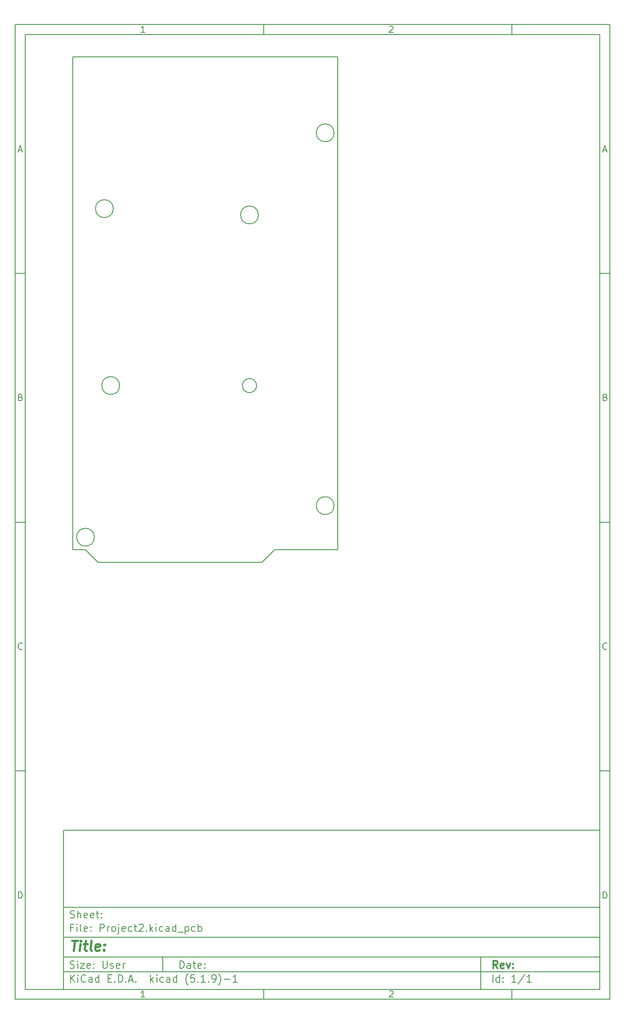
<source format=gbr>
%TF.GenerationSoftware,KiCad,Pcbnew,(5.1.9)-1*%
%TF.CreationDate,2021-06-09T21:14:02-04:00*%
%TF.ProjectId,Project2,50726f6a-6563-4743-922e-6b696361645f,rev?*%
%TF.SameCoordinates,Original*%
%TF.FileFunction,Profile,NP*%
%FSLAX45Y45*%
G04 Gerber Fmt 4.5, Leading zero omitted, Abs format (unit mm)*
G04 Created by KiCad (PCBNEW (5.1.9)-1) date 2021-06-09 21:14:02*
%MOMM*%
%LPD*%
G01*
G04 APERTURE LIST*
%ADD10C,0.127000*%
%ADD11C,0.150000*%
%ADD12C,0.300000*%
%ADD13C,0.400000*%
%TA.AperFunction,Profile*%
%ADD14C,0.177800*%
%TD*%
G04 APERTURE END LIST*
D10*
D11*
X1970000Y-17190000D02*
X1970000Y-20390000D01*
X12770000Y-20390000D01*
X12770000Y-17190000D01*
X1970000Y-17190000D01*
D10*
D11*
X1000000Y-1000000D02*
X1000000Y-20590000D01*
X12970000Y-20590000D01*
X12970000Y-1000000D01*
X1000000Y-1000000D01*
D10*
D11*
X1200000Y-1200000D02*
X1200000Y-20390000D01*
X12770000Y-20390000D01*
X12770000Y-1200000D01*
X1200000Y-1200000D01*
D10*
D11*
X6000000Y-1200000D02*
X6000000Y-1000000D01*
D10*
D11*
X11000000Y-1200000D02*
X11000000Y-1000000D01*
D10*
D11*
X3606548Y-1158810D02*
X3532262Y-1158810D01*
X3569405Y-1158810D02*
X3569405Y-1028809D01*
X3557024Y-1047381D01*
X3544643Y-1059762D01*
X3532262Y-1065952D01*
D10*
D11*
X8532262Y-1041190D02*
X8538452Y-1035000D01*
X8550833Y-1028809D01*
X8581786Y-1028809D01*
X8594167Y-1035000D01*
X8600357Y-1041190D01*
X8606548Y-1053571D01*
X8606548Y-1065952D01*
X8600357Y-1084524D01*
X8526071Y-1158810D01*
X8606548Y-1158810D01*
D10*
D11*
X6000000Y-20390000D02*
X6000000Y-20590000D01*
D10*
D11*
X11000000Y-20390000D02*
X11000000Y-20590000D01*
D10*
D11*
X3606548Y-20548810D02*
X3532262Y-20548810D01*
X3569405Y-20548810D02*
X3569405Y-20418810D01*
X3557024Y-20437381D01*
X3544643Y-20449762D01*
X3532262Y-20455952D01*
D10*
D11*
X8532262Y-20431190D02*
X8538452Y-20425000D01*
X8550833Y-20418810D01*
X8581786Y-20418810D01*
X8594167Y-20425000D01*
X8600357Y-20431190D01*
X8606548Y-20443571D01*
X8606548Y-20455952D01*
X8600357Y-20474524D01*
X8526071Y-20548810D01*
X8606548Y-20548810D01*
D10*
D11*
X1000000Y-6000000D02*
X1200000Y-6000000D01*
D10*
D11*
X1000000Y-11000000D02*
X1200000Y-11000000D01*
D10*
D11*
X1000000Y-16000000D02*
X1200000Y-16000000D01*
D10*
D11*
X1069048Y-3521667D02*
X1130952Y-3521667D01*
X1056667Y-3558809D02*
X1100000Y-3428809D01*
X1143333Y-3558809D01*
D10*
D11*
X1109286Y-8490714D02*
X1127857Y-8496905D01*
X1134048Y-8503095D01*
X1140238Y-8515476D01*
X1140238Y-8534048D01*
X1134048Y-8546429D01*
X1127857Y-8552619D01*
X1115476Y-8558810D01*
X1065952Y-8558810D01*
X1065952Y-8428810D01*
X1109286Y-8428810D01*
X1121667Y-8435000D01*
X1127857Y-8441190D01*
X1134048Y-8453571D01*
X1134048Y-8465952D01*
X1127857Y-8478333D01*
X1121667Y-8484524D01*
X1109286Y-8490714D01*
X1065952Y-8490714D01*
D10*
D11*
X1140238Y-13546428D02*
X1134048Y-13552619D01*
X1115476Y-13558809D01*
X1103095Y-13558809D01*
X1084524Y-13552619D01*
X1072143Y-13540238D01*
X1065952Y-13527857D01*
X1059762Y-13503095D01*
X1059762Y-13484524D01*
X1065952Y-13459762D01*
X1072143Y-13447381D01*
X1084524Y-13435000D01*
X1103095Y-13428809D01*
X1115476Y-13428809D01*
X1134048Y-13435000D01*
X1140238Y-13441190D01*
D10*
D11*
X1065952Y-18558810D02*
X1065952Y-18428810D01*
X1096905Y-18428810D01*
X1115476Y-18435000D01*
X1127857Y-18447381D01*
X1134048Y-18459762D01*
X1140238Y-18484524D01*
X1140238Y-18503095D01*
X1134048Y-18527857D01*
X1127857Y-18540238D01*
X1115476Y-18552619D01*
X1096905Y-18558810D01*
X1065952Y-18558810D01*
D10*
D11*
X12970000Y-6000000D02*
X12770000Y-6000000D01*
D10*
D11*
X12970000Y-11000000D02*
X12770000Y-11000000D01*
D10*
D11*
X12970000Y-16000000D02*
X12770000Y-16000000D01*
D10*
D11*
X12839048Y-3521667D02*
X12900952Y-3521667D01*
X12826667Y-3558809D02*
X12870000Y-3428809D01*
X12913333Y-3558809D01*
D10*
D11*
X12879286Y-8490714D02*
X12897857Y-8496905D01*
X12904048Y-8503095D01*
X12910238Y-8515476D01*
X12910238Y-8534048D01*
X12904048Y-8546429D01*
X12897857Y-8552619D01*
X12885476Y-8558810D01*
X12835952Y-8558810D01*
X12835952Y-8428810D01*
X12879286Y-8428810D01*
X12891667Y-8435000D01*
X12897857Y-8441190D01*
X12904048Y-8453571D01*
X12904048Y-8465952D01*
X12897857Y-8478333D01*
X12891667Y-8484524D01*
X12879286Y-8490714D01*
X12835952Y-8490714D01*
D10*
D11*
X12910238Y-13546428D02*
X12904048Y-13552619D01*
X12885476Y-13558809D01*
X12873095Y-13558809D01*
X12854524Y-13552619D01*
X12842143Y-13540238D01*
X12835952Y-13527857D01*
X12829762Y-13503095D01*
X12829762Y-13484524D01*
X12835952Y-13459762D01*
X12842143Y-13447381D01*
X12854524Y-13435000D01*
X12873095Y-13428809D01*
X12885476Y-13428809D01*
X12904048Y-13435000D01*
X12910238Y-13441190D01*
D10*
D11*
X12835952Y-18558810D02*
X12835952Y-18428810D01*
X12866905Y-18428810D01*
X12885476Y-18435000D01*
X12897857Y-18447381D01*
X12904048Y-18459762D01*
X12910238Y-18484524D01*
X12910238Y-18503095D01*
X12904048Y-18527857D01*
X12897857Y-18540238D01*
X12885476Y-18552619D01*
X12866905Y-18558810D01*
X12835952Y-18558810D01*
D10*
D11*
X4313214Y-19967857D02*
X4313214Y-19817857D01*
X4348929Y-19817857D01*
X4370357Y-19825000D01*
X4384643Y-19839286D01*
X4391786Y-19853571D01*
X4398929Y-19882143D01*
X4398929Y-19903571D01*
X4391786Y-19932143D01*
X4384643Y-19946429D01*
X4370357Y-19960714D01*
X4348929Y-19967857D01*
X4313214Y-19967857D01*
X4527500Y-19967857D02*
X4527500Y-19889286D01*
X4520357Y-19875000D01*
X4506071Y-19867857D01*
X4477500Y-19867857D01*
X4463214Y-19875000D01*
X4527500Y-19960714D02*
X4513214Y-19967857D01*
X4477500Y-19967857D01*
X4463214Y-19960714D01*
X4456071Y-19946429D01*
X4456071Y-19932143D01*
X4463214Y-19917857D01*
X4477500Y-19910714D01*
X4513214Y-19910714D01*
X4527500Y-19903571D01*
X4577500Y-19867857D02*
X4634643Y-19867857D01*
X4598929Y-19817857D02*
X4598929Y-19946429D01*
X4606071Y-19960714D01*
X4620357Y-19967857D01*
X4634643Y-19967857D01*
X4741786Y-19960714D02*
X4727500Y-19967857D01*
X4698929Y-19967857D01*
X4684643Y-19960714D01*
X4677500Y-19946429D01*
X4677500Y-19889286D01*
X4684643Y-19875000D01*
X4698929Y-19867857D01*
X4727500Y-19867857D01*
X4741786Y-19875000D01*
X4748929Y-19889286D01*
X4748929Y-19903571D01*
X4677500Y-19917857D01*
X4813214Y-19953571D02*
X4820357Y-19960714D01*
X4813214Y-19967857D01*
X4806071Y-19960714D01*
X4813214Y-19953571D01*
X4813214Y-19967857D01*
X4813214Y-19875000D02*
X4820357Y-19882143D01*
X4813214Y-19889286D01*
X4806071Y-19882143D01*
X4813214Y-19875000D01*
X4813214Y-19889286D01*
D10*
D11*
X1970000Y-20040000D02*
X12770000Y-20040000D01*
D10*
D11*
X2113214Y-20247857D02*
X2113214Y-20097857D01*
X2198929Y-20247857D02*
X2134643Y-20162143D01*
X2198929Y-20097857D02*
X2113214Y-20183571D01*
X2263214Y-20247857D02*
X2263214Y-20147857D01*
X2263214Y-20097857D02*
X2256071Y-20105000D01*
X2263214Y-20112143D01*
X2270357Y-20105000D01*
X2263214Y-20097857D01*
X2263214Y-20112143D01*
X2420357Y-20233571D02*
X2413214Y-20240714D01*
X2391786Y-20247857D01*
X2377500Y-20247857D01*
X2356071Y-20240714D01*
X2341786Y-20226429D01*
X2334643Y-20212143D01*
X2327500Y-20183571D01*
X2327500Y-20162143D01*
X2334643Y-20133571D01*
X2341786Y-20119286D01*
X2356071Y-20105000D01*
X2377500Y-20097857D01*
X2391786Y-20097857D01*
X2413214Y-20105000D01*
X2420357Y-20112143D01*
X2548929Y-20247857D02*
X2548929Y-20169286D01*
X2541786Y-20155000D01*
X2527500Y-20147857D01*
X2498929Y-20147857D01*
X2484643Y-20155000D01*
X2548929Y-20240714D02*
X2534643Y-20247857D01*
X2498929Y-20247857D01*
X2484643Y-20240714D01*
X2477500Y-20226429D01*
X2477500Y-20212143D01*
X2484643Y-20197857D01*
X2498929Y-20190714D01*
X2534643Y-20190714D01*
X2548929Y-20183571D01*
X2684643Y-20247857D02*
X2684643Y-20097857D01*
X2684643Y-20240714D02*
X2670357Y-20247857D01*
X2641786Y-20247857D01*
X2627500Y-20240714D01*
X2620357Y-20233571D01*
X2613214Y-20219286D01*
X2613214Y-20176429D01*
X2620357Y-20162143D01*
X2627500Y-20155000D01*
X2641786Y-20147857D01*
X2670357Y-20147857D01*
X2684643Y-20155000D01*
X2870357Y-20169286D02*
X2920357Y-20169286D01*
X2941786Y-20247857D02*
X2870357Y-20247857D01*
X2870357Y-20097857D01*
X2941786Y-20097857D01*
X3006071Y-20233571D02*
X3013214Y-20240714D01*
X3006071Y-20247857D01*
X2998928Y-20240714D01*
X3006071Y-20233571D01*
X3006071Y-20247857D01*
X3077500Y-20247857D02*
X3077500Y-20097857D01*
X3113214Y-20097857D01*
X3134643Y-20105000D01*
X3148928Y-20119286D01*
X3156071Y-20133571D01*
X3163214Y-20162143D01*
X3163214Y-20183571D01*
X3156071Y-20212143D01*
X3148928Y-20226429D01*
X3134643Y-20240714D01*
X3113214Y-20247857D01*
X3077500Y-20247857D01*
X3227500Y-20233571D02*
X3234643Y-20240714D01*
X3227500Y-20247857D01*
X3220357Y-20240714D01*
X3227500Y-20233571D01*
X3227500Y-20247857D01*
X3291786Y-20205000D02*
X3363214Y-20205000D01*
X3277500Y-20247857D02*
X3327500Y-20097857D01*
X3377500Y-20247857D01*
X3427500Y-20233571D02*
X3434643Y-20240714D01*
X3427500Y-20247857D01*
X3420357Y-20240714D01*
X3427500Y-20233571D01*
X3427500Y-20247857D01*
X3727500Y-20247857D02*
X3727500Y-20097857D01*
X3741786Y-20190714D02*
X3784643Y-20247857D01*
X3784643Y-20147857D02*
X3727500Y-20205000D01*
X3848928Y-20247857D02*
X3848928Y-20147857D01*
X3848928Y-20097857D02*
X3841786Y-20105000D01*
X3848928Y-20112143D01*
X3856071Y-20105000D01*
X3848928Y-20097857D01*
X3848928Y-20112143D01*
X3984643Y-20240714D02*
X3970357Y-20247857D01*
X3941786Y-20247857D01*
X3927500Y-20240714D01*
X3920357Y-20233571D01*
X3913214Y-20219286D01*
X3913214Y-20176429D01*
X3920357Y-20162143D01*
X3927500Y-20155000D01*
X3941786Y-20147857D01*
X3970357Y-20147857D01*
X3984643Y-20155000D01*
X4113214Y-20247857D02*
X4113214Y-20169286D01*
X4106071Y-20155000D01*
X4091786Y-20147857D01*
X4063214Y-20147857D01*
X4048928Y-20155000D01*
X4113214Y-20240714D02*
X4098928Y-20247857D01*
X4063214Y-20247857D01*
X4048928Y-20240714D01*
X4041786Y-20226429D01*
X4041786Y-20212143D01*
X4048928Y-20197857D01*
X4063214Y-20190714D01*
X4098928Y-20190714D01*
X4113214Y-20183571D01*
X4248929Y-20247857D02*
X4248929Y-20097857D01*
X4248929Y-20240714D02*
X4234643Y-20247857D01*
X4206071Y-20247857D01*
X4191786Y-20240714D01*
X4184643Y-20233571D01*
X4177500Y-20219286D01*
X4177500Y-20176429D01*
X4184643Y-20162143D01*
X4191786Y-20155000D01*
X4206071Y-20147857D01*
X4234643Y-20147857D01*
X4248929Y-20155000D01*
X4477500Y-20305000D02*
X4470357Y-20297857D01*
X4456071Y-20276429D01*
X4448929Y-20262143D01*
X4441786Y-20240714D01*
X4434643Y-20205000D01*
X4434643Y-20176429D01*
X4441786Y-20140714D01*
X4448929Y-20119286D01*
X4456071Y-20105000D01*
X4470357Y-20083571D01*
X4477500Y-20076429D01*
X4606071Y-20097857D02*
X4534643Y-20097857D01*
X4527500Y-20169286D01*
X4534643Y-20162143D01*
X4548929Y-20155000D01*
X4584643Y-20155000D01*
X4598929Y-20162143D01*
X4606071Y-20169286D01*
X4613214Y-20183571D01*
X4613214Y-20219286D01*
X4606071Y-20233571D01*
X4598929Y-20240714D01*
X4584643Y-20247857D01*
X4548929Y-20247857D01*
X4534643Y-20240714D01*
X4527500Y-20233571D01*
X4677500Y-20233571D02*
X4684643Y-20240714D01*
X4677500Y-20247857D01*
X4670357Y-20240714D01*
X4677500Y-20233571D01*
X4677500Y-20247857D01*
X4827500Y-20247857D02*
X4741786Y-20247857D01*
X4784643Y-20247857D02*
X4784643Y-20097857D01*
X4770357Y-20119286D01*
X4756071Y-20133571D01*
X4741786Y-20140714D01*
X4891786Y-20233571D02*
X4898929Y-20240714D01*
X4891786Y-20247857D01*
X4884643Y-20240714D01*
X4891786Y-20233571D01*
X4891786Y-20247857D01*
X4970357Y-20247857D02*
X4998929Y-20247857D01*
X5013214Y-20240714D01*
X5020357Y-20233571D01*
X5034643Y-20212143D01*
X5041786Y-20183571D01*
X5041786Y-20126429D01*
X5034643Y-20112143D01*
X5027500Y-20105000D01*
X5013214Y-20097857D01*
X4984643Y-20097857D01*
X4970357Y-20105000D01*
X4963214Y-20112143D01*
X4956071Y-20126429D01*
X4956071Y-20162143D01*
X4963214Y-20176429D01*
X4970357Y-20183571D01*
X4984643Y-20190714D01*
X5013214Y-20190714D01*
X5027500Y-20183571D01*
X5034643Y-20176429D01*
X5041786Y-20162143D01*
X5091786Y-20305000D02*
X5098929Y-20297857D01*
X5113214Y-20276429D01*
X5120357Y-20262143D01*
X5127500Y-20240714D01*
X5134643Y-20205000D01*
X5134643Y-20176429D01*
X5127500Y-20140714D01*
X5120357Y-20119286D01*
X5113214Y-20105000D01*
X5098929Y-20083571D01*
X5091786Y-20076429D01*
X5206071Y-20190714D02*
X5320357Y-20190714D01*
X5470357Y-20247857D02*
X5384643Y-20247857D01*
X5427500Y-20247857D02*
X5427500Y-20097857D01*
X5413214Y-20119286D01*
X5398929Y-20133571D01*
X5384643Y-20140714D01*
D10*
D11*
X1970000Y-19740000D02*
X12770000Y-19740000D01*
D10*
D12*
X10710929Y-19967857D02*
X10660929Y-19896429D01*
X10625214Y-19967857D02*
X10625214Y-19817857D01*
X10682357Y-19817857D01*
X10696643Y-19825000D01*
X10703786Y-19832143D01*
X10710929Y-19846429D01*
X10710929Y-19867857D01*
X10703786Y-19882143D01*
X10696643Y-19889286D01*
X10682357Y-19896429D01*
X10625214Y-19896429D01*
X10832357Y-19960714D02*
X10818071Y-19967857D01*
X10789500Y-19967857D01*
X10775214Y-19960714D01*
X10768071Y-19946429D01*
X10768071Y-19889286D01*
X10775214Y-19875000D01*
X10789500Y-19867857D01*
X10818071Y-19867857D01*
X10832357Y-19875000D01*
X10839500Y-19889286D01*
X10839500Y-19903571D01*
X10768071Y-19917857D01*
X10889500Y-19867857D02*
X10925214Y-19967857D01*
X10960929Y-19867857D01*
X11018071Y-19953571D02*
X11025214Y-19960714D01*
X11018071Y-19967857D01*
X11010929Y-19960714D01*
X11018071Y-19953571D01*
X11018071Y-19967857D01*
X11018071Y-19875000D02*
X11025214Y-19882143D01*
X11018071Y-19889286D01*
X11010929Y-19882143D01*
X11018071Y-19875000D01*
X11018071Y-19889286D01*
D10*
D11*
X2106071Y-19960714D02*
X2127500Y-19967857D01*
X2163214Y-19967857D01*
X2177500Y-19960714D01*
X2184643Y-19953571D01*
X2191786Y-19939286D01*
X2191786Y-19925000D01*
X2184643Y-19910714D01*
X2177500Y-19903571D01*
X2163214Y-19896429D01*
X2134643Y-19889286D01*
X2120357Y-19882143D01*
X2113214Y-19875000D01*
X2106071Y-19860714D01*
X2106071Y-19846429D01*
X2113214Y-19832143D01*
X2120357Y-19825000D01*
X2134643Y-19817857D01*
X2170357Y-19817857D01*
X2191786Y-19825000D01*
X2256071Y-19967857D02*
X2256071Y-19867857D01*
X2256071Y-19817857D02*
X2248929Y-19825000D01*
X2256071Y-19832143D01*
X2263214Y-19825000D01*
X2256071Y-19817857D01*
X2256071Y-19832143D01*
X2313214Y-19867857D02*
X2391786Y-19867857D01*
X2313214Y-19967857D01*
X2391786Y-19967857D01*
X2506071Y-19960714D02*
X2491786Y-19967857D01*
X2463214Y-19967857D01*
X2448929Y-19960714D01*
X2441786Y-19946429D01*
X2441786Y-19889286D01*
X2448929Y-19875000D01*
X2463214Y-19867857D01*
X2491786Y-19867857D01*
X2506071Y-19875000D01*
X2513214Y-19889286D01*
X2513214Y-19903571D01*
X2441786Y-19917857D01*
X2577500Y-19953571D02*
X2584643Y-19960714D01*
X2577500Y-19967857D01*
X2570357Y-19960714D01*
X2577500Y-19953571D01*
X2577500Y-19967857D01*
X2577500Y-19875000D02*
X2584643Y-19882143D01*
X2577500Y-19889286D01*
X2570357Y-19882143D01*
X2577500Y-19875000D01*
X2577500Y-19889286D01*
X2763214Y-19817857D02*
X2763214Y-19939286D01*
X2770357Y-19953571D01*
X2777500Y-19960714D01*
X2791786Y-19967857D01*
X2820357Y-19967857D01*
X2834643Y-19960714D01*
X2841786Y-19953571D01*
X2848928Y-19939286D01*
X2848928Y-19817857D01*
X2913214Y-19960714D02*
X2927500Y-19967857D01*
X2956071Y-19967857D01*
X2970357Y-19960714D01*
X2977500Y-19946429D01*
X2977500Y-19939286D01*
X2970357Y-19925000D01*
X2956071Y-19917857D01*
X2934643Y-19917857D01*
X2920357Y-19910714D01*
X2913214Y-19896429D01*
X2913214Y-19889286D01*
X2920357Y-19875000D01*
X2934643Y-19867857D01*
X2956071Y-19867857D01*
X2970357Y-19875000D01*
X3098928Y-19960714D02*
X3084643Y-19967857D01*
X3056071Y-19967857D01*
X3041786Y-19960714D01*
X3034643Y-19946429D01*
X3034643Y-19889286D01*
X3041786Y-19875000D01*
X3056071Y-19867857D01*
X3084643Y-19867857D01*
X3098928Y-19875000D01*
X3106071Y-19889286D01*
X3106071Y-19903571D01*
X3034643Y-19917857D01*
X3170357Y-19967857D02*
X3170357Y-19867857D01*
X3170357Y-19896429D02*
X3177500Y-19882143D01*
X3184643Y-19875000D01*
X3198928Y-19867857D01*
X3213214Y-19867857D01*
D10*
D11*
X10613214Y-20247857D02*
X10613214Y-20097857D01*
X10748929Y-20247857D02*
X10748929Y-20097857D01*
X10748929Y-20240714D02*
X10734643Y-20247857D01*
X10706071Y-20247857D01*
X10691786Y-20240714D01*
X10684643Y-20233571D01*
X10677500Y-20219286D01*
X10677500Y-20176429D01*
X10684643Y-20162143D01*
X10691786Y-20155000D01*
X10706071Y-20147857D01*
X10734643Y-20147857D01*
X10748929Y-20155000D01*
X10820357Y-20233571D02*
X10827500Y-20240714D01*
X10820357Y-20247857D01*
X10813214Y-20240714D01*
X10820357Y-20233571D01*
X10820357Y-20247857D01*
X10820357Y-20155000D02*
X10827500Y-20162143D01*
X10820357Y-20169286D01*
X10813214Y-20162143D01*
X10820357Y-20155000D01*
X10820357Y-20169286D01*
X11084643Y-20247857D02*
X10998929Y-20247857D01*
X11041786Y-20247857D02*
X11041786Y-20097857D01*
X11027500Y-20119286D01*
X11013214Y-20133571D01*
X10998929Y-20140714D01*
X11256071Y-20090714D02*
X11127500Y-20283571D01*
X11384643Y-20247857D02*
X11298928Y-20247857D01*
X11341786Y-20247857D02*
X11341786Y-20097857D01*
X11327500Y-20119286D01*
X11313214Y-20133571D01*
X11298928Y-20140714D01*
D10*
D11*
X1970000Y-19340000D02*
X12770000Y-19340000D01*
D10*
D13*
X2141238Y-19410476D02*
X2255524Y-19410476D01*
X2173381Y-19610476D02*
X2198381Y-19410476D01*
X2297190Y-19610476D02*
X2313857Y-19477143D01*
X2322190Y-19410476D02*
X2311476Y-19420000D01*
X2319810Y-19429524D01*
X2330524Y-19420000D01*
X2322190Y-19410476D01*
X2319810Y-19429524D01*
X2380524Y-19477143D02*
X2456714Y-19477143D01*
X2417429Y-19410476D02*
X2396000Y-19581905D01*
X2403143Y-19600952D01*
X2421000Y-19610476D01*
X2440048Y-19610476D01*
X2535286Y-19610476D02*
X2517429Y-19600952D01*
X2510286Y-19581905D01*
X2531714Y-19410476D01*
X2688857Y-19600952D02*
X2668619Y-19610476D01*
X2630524Y-19610476D01*
X2612667Y-19600952D01*
X2605524Y-19581905D01*
X2615048Y-19505714D01*
X2626952Y-19486667D01*
X2647190Y-19477143D01*
X2685286Y-19477143D01*
X2703143Y-19486667D01*
X2710286Y-19505714D01*
X2707905Y-19524762D01*
X2610286Y-19543810D01*
X2785286Y-19591429D02*
X2793619Y-19600952D01*
X2782905Y-19610476D01*
X2774571Y-19600952D01*
X2785286Y-19591429D01*
X2782905Y-19610476D01*
X2798381Y-19486667D02*
X2806714Y-19496190D01*
X2796000Y-19505714D01*
X2787667Y-19496190D01*
X2798381Y-19486667D01*
X2796000Y-19505714D01*
D10*
D11*
X2163214Y-19149286D02*
X2113214Y-19149286D01*
X2113214Y-19227857D02*
X2113214Y-19077857D01*
X2184643Y-19077857D01*
X2241786Y-19227857D02*
X2241786Y-19127857D01*
X2241786Y-19077857D02*
X2234643Y-19085000D01*
X2241786Y-19092143D01*
X2248929Y-19085000D01*
X2241786Y-19077857D01*
X2241786Y-19092143D01*
X2334643Y-19227857D02*
X2320357Y-19220714D01*
X2313214Y-19206429D01*
X2313214Y-19077857D01*
X2448929Y-19220714D02*
X2434643Y-19227857D01*
X2406071Y-19227857D01*
X2391786Y-19220714D01*
X2384643Y-19206429D01*
X2384643Y-19149286D01*
X2391786Y-19135000D01*
X2406071Y-19127857D01*
X2434643Y-19127857D01*
X2448929Y-19135000D01*
X2456071Y-19149286D01*
X2456071Y-19163571D01*
X2384643Y-19177857D01*
X2520357Y-19213571D02*
X2527500Y-19220714D01*
X2520357Y-19227857D01*
X2513214Y-19220714D01*
X2520357Y-19213571D01*
X2520357Y-19227857D01*
X2520357Y-19135000D02*
X2527500Y-19142143D01*
X2520357Y-19149286D01*
X2513214Y-19142143D01*
X2520357Y-19135000D01*
X2520357Y-19149286D01*
X2706071Y-19227857D02*
X2706071Y-19077857D01*
X2763214Y-19077857D01*
X2777500Y-19085000D01*
X2784643Y-19092143D01*
X2791786Y-19106429D01*
X2791786Y-19127857D01*
X2784643Y-19142143D01*
X2777500Y-19149286D01*
X2763214Y-19156429D01*
X2706071Y-19156429D01*
X2856071Y-19227857D02*
X2856071Y-19127857D01*
X2856071Y-19156429D02*
X2863214Y-19142143D01*
X2870357Y-19135000D01*
X2884643Y-19127857D01*
X2898928Y-19127857D01*
X2970357Y-19227857D02*
X2956071Y-19220714D01*
X2948928Y-19213571D01*
X2941786Y-19199286D01*
X2941786Y-19156429D01*
X2948928Y-19142143D01*
X2956071Y-19135000D01*
X2970357Y-19127857D01*
X2991786Y-19127857D01*
X3006071Y-19135000D01*
X3013214Y-19142143D01*
X3020357Y-19156429D01*
X3020357Y-19199286D01*
X3013214Y-19213571D01*
X3006071Y-19220714D01*
X2991786Y-19227857D01*
X2970357Y-19227857D01*
X3084643Y-19127857D02*
X3084643Y-19256429D01*
X3077500Y-19270714D01*
X3063214Y-19277857D01*
X3056071Y-19277857D01*
X3084643Y-19077857D02*
X3077500Y-19085000D01*
X3084643Y-19092143D01*
X3091786Y-19085000D01*
X3084643Y-19077857D01*
X3084643Y-19092143D01*
X3213214Y-19220714D02*
X3198928Y-19227857D01*
X3170357Y-19227857D01*
X3156071Y-19220714D01*
X3148928Y-19206429D01*
X3148928Y-19149286D01*
X3156071Y-19135000D01*
X3170357Y-19127857D01*
X3198928Y-19127857D01*
X3213214Y-19135000D01*
X3220357Y-19149286D01*
X3220357Y-19163571D01*
X3148928Y-19177857D01*
X3348928Y-19220714D02*
X3334643Y-19227857D01*
X3306071Y-19227857D01*
X3291786Y-19220714D01*
X3284643Y-19213571D01*
X3277500Y-19199286D01*
X3277500Y-19156429D01*
X3284643Y-19142143D01*
X3291786Y-19135000D01*
X3306071Y-19127857D01*
X3334643Y-19127857D01*
X3348928Y-19135000D01*
X3391786Y-19127857D02*
X3448928Y-19127857D01*
X3413214Y-19077857D02*
X3413214Y-19206429D01*
X3420357Y-19220714D01*
X3434643Y-19227857D01*
X3448928Y-19227857D01*
X3491786Y-19092143D02*
X3498928Y-19085000D01*
X3513214Y-19077857D01*
X3548928Y-19077857D01*
X3563214Y-19085000D01*
X3570357Y-19092143D01*
X3577500Y-19106429D01*
X3577500Y-19120714D01*
X3570357Y-19142143D01*
X3484643Y-19227857D01*
X3577500Y-19227857D01*
X3641786Y-19213571D02*
X3648928Y-19220714D01*
X3641786Y-19227857D01*
X3634643Y-19220714D01*
X3641786Y-19213571D01*
X3641786Y-19227857D01*
X3713214Y-19227857D02*
X3713214Y-19077857D01*
X3727500Y-19170714D02*
X3770357Y-19227857D01*
X3770357Y-19127857D02*
X3713214Y-19185000D01*
X3834643Y-19227857D02*
X3834643Y-19127857D01*
X3834643Y-19077857D02*
X3827500Y-19085000D01*
X3834643Y-19092143D01*
X3841786Y-19085000D01*
X3834643Y-19077857D01*
X3834643Y-19092143D01*
X3970357Y-19220714D02*
X3956071Y-19227857D01*
X3927500Y-19227857D01*
X3913214Y-19220714D01*
X3906071Y-19213571D01*
X3898928Y-19199286D01*
X3898928Y-19156429D01*
X3906071Y-19142143D01*
X3913214Y-19135000D01*
X3927500Y-19127857D01*
X3956071Y-19127857D01*
X3970357Y-19135000D01*
X4098928Y-19227857D02*
X4098928Y-19149286D01*
X4091786Y-19135000D01*
X4077500Y-19127857D01*
X4048928Y-19127857D01*
X4034643Y-19135000D01*
X4098928Y-19220714D02*
X4084643Y-19227857D01*
X4048928Y-19227857D01*
X4034643Y-19220714D01*
X4027500Y-19206429D01*
X4027500Y-19192143D01*
X4034643Y-19177857D01*
X4048928Y-19170714D01*
X4084643Y-19170714D01*
X4098928Y-19163571D01*
X4234643Y-19227857D02*
X4234643Y-19077857D01*
X4234643Y-19220714D02*
X4220357Y-19227857D01*
X4191786Y-19227857D01*
X4177500Y-19220714D01*
X4170357Y-19213571D01*
X4163214Y-19199286D01*
X4163214Y-19156429D01*
X4170357Y-19142143D01*
X4177500Y-19135000D01*
X4191786Y-19127857D01*
X4220357Y-19127857D01*
X4234643Y-19135000D01*
X4270357Y-19242143D02*
X4384643Y-19242143D01*
X4420357Y-19127857D02*
X4420357Y-19277857D01*
X4420357Y-19135000D02*
X4434643Y-19127857D01*
X4463214Y-19127857D01*
X4477500Y-19135000D01*
X4484643Y-19142143D01*
X4491786Y-19156429D01*
X4491786Y-19199286D01*
X4484643Y-19213571D01*
X4477500Y-19220714D01*
X4463214Y-19227857D01*
X4434643Y-19227857D01*
X4420357Y-19220714D01*
X4620357Y-19220714D02*
X4606071Y-19227857D01*
X4577500Y-19227857D01*
X4563214Y-19220714D01*
X4556071Y-19213571D01*
X4548929Y-19199286D01*
X4548929Y-19156429D01*
X4556071Y-19142143D01*
X4563214Y-19135000D01*
X4577500Y-19127857D01*
X4606071Y-19127857D01*
X4620357Y-19135000D01*
X4684643Y-19227857D02*
X4684643Y-19077857D01*
X4684643Y-19135000D02*
X4698929Y-19127857D01*
X4727500Y-19127857D01*
X4741786Y-19135000D01*
X4748929Y-19142143D01*
X4756071Y-19156429D01*
X4756071Y-19199286D01*
X4748929Y-19213571D01*
X4741786Y-19220714D01*
X4727500Y-19227857D01*
X4698929Y-19227857D01*
X4684643Y-19220714D01*
D10*
D11*
X1970000Y-18740000D02*
X12770000Y-18740000D01*
D10*
D11*
X2106071Y-18950714D02*
X2127500Y-18957857D01*
X2163214Y-18957857D01*
X2177500Y-18950714D01*
X2184643Y-18943571D01*
X2191786Y-18929286D01*
X2191786Y-18915000D01*
X2184643Y-18900714D01*
X2177500Y-18893571D01*
X2163214Y-18886429D01*
X2134643Y-18879286D01*
X2120357Y-18872143D01*
X2113214Y-18865000D01*
X2106071Y-18850714D01*
X2106071Y-18836429D01*
X2113214Y-18822143D01*
X2120357Y-18815000D01*
X2134643Y-18807857D01*
X2170357Y-18807857D01*
X2191786Y-18815000D01*
X2256071Y-18957857D02*
X2256071Y-18807857D01*
X2320357Y-18957857D02*
X2320357Y-18879286D01*
X2313214Y-18865000D01*
X2298929Y-18857857D01*
X2277500Y-18857857D01*
X2263214Y-18865000D01*
X2256071Y-18872143D01*
X2448929Y-18950714D02*
X2434643Y-18957857D01*
X2406071Y-18957857D01*
X2391786Y-18950714D01*
X2384643Y-18936429D01*
X2384643Y-18879286D01*
X2391786Y-18865000D01*
X2406071Y-18857857D01*
X2434643Y-18857857D01*
X2448929Y-18865000D01*
X2456071Y-18879286D01*
X2456071Y-18893571D01*
X2384643Y-18907857D01*
X2577500Y-18950714D02*
X2563214Y-18957857D01*
X2534643Y-18957857D01*
X2520357Y-18950714D01*
X2513214Y-18936429D01*
X2513214Y-18879286D01*
X2520357Y-18865000D01*
X2534643Y-18857857D01*
X2563214Y-18857857D01*
X2577500Y-18865000D01*
X2584643Y-18879286D01*
X2584643Y-18893571D01*
X2513214Y-18907857D01*
X2627500Y-18857857D02*
X2684643Y-18857857D01*
X2648929Y-18807857D02*
X2648929Y-18936429D01*
X2656071Y-18950714D01*
X2670357Y-18957857D01*
X2684643Y-18957857D01*
X2734643Y-18943571D02*
X2741786Y-18950714D01*
X2734643Y-18957857D01*
X2727500Y-18950714D01*
X2734643Y-18943571D01*
X2734643Y-18957857D01*
X2734643Y-18865000D02*
X2741786Y-18872143D01*
X2734643Y-18879286D01*
X2727500Y-18872143D01*
X2734643Y-18865000D01*
X2734643Y-18879286D01*
D10*
D11*
X3970000Y-19740000D02*
X3970000Y-20040000D01*
D10*
D11*
X10370000Y-19740000D02*
X10370000Y-20390000D01*
D14*
X2973605Y-4699000D02*
G75*
G03*
X2973605Y-4699000I-179605J0D01*
G01*
X5894605Y-4826000D02*
G75*
G03*
X5894605Y-4826000I-179605J0D01*
G01*
X6223000Y-11557000D02*
X7493000Y-11557000D01*
X5969000Y-11811000D02*
X2667000Y-11811000D01*
X2592605Y-11303000D02*
G75*
G03*
X2592605Y-11303000I-179605J0D01*
G01*
X5969000Y-11811000D02*
X6223000Y-11557000D01*
X7418605Y-10668000D02*
G75*
G03*
X7418605Y-10668000I-179605J0D01*
G01*
X2413000Y-11557000D02*
X2667000Y-11811000D01*
X2159000Y-11557000D02*
X2413000Y-11557000D01*
X3100605Y-8255000D02*
G75*
G03*
X3100605Y-8255000I-179605J0D01*
G01*
X5856990Y-8255000D02*
G75*
G03*
X5856990Y-8255000I-141990J0D01*
G01*
X7418605Y-3175000D02*
G75*
G03*
X7418605Y-3175000I-179605J0D01*
G01*
X7493000Y-1651000D02*
X2159000Y-1651000D01*
X7493000Y-11557000D02*
X7493000Y-1651000D01*
X2159000Y-1651000D02*
X2159000Y-11557000D01*
M02*

</source>
